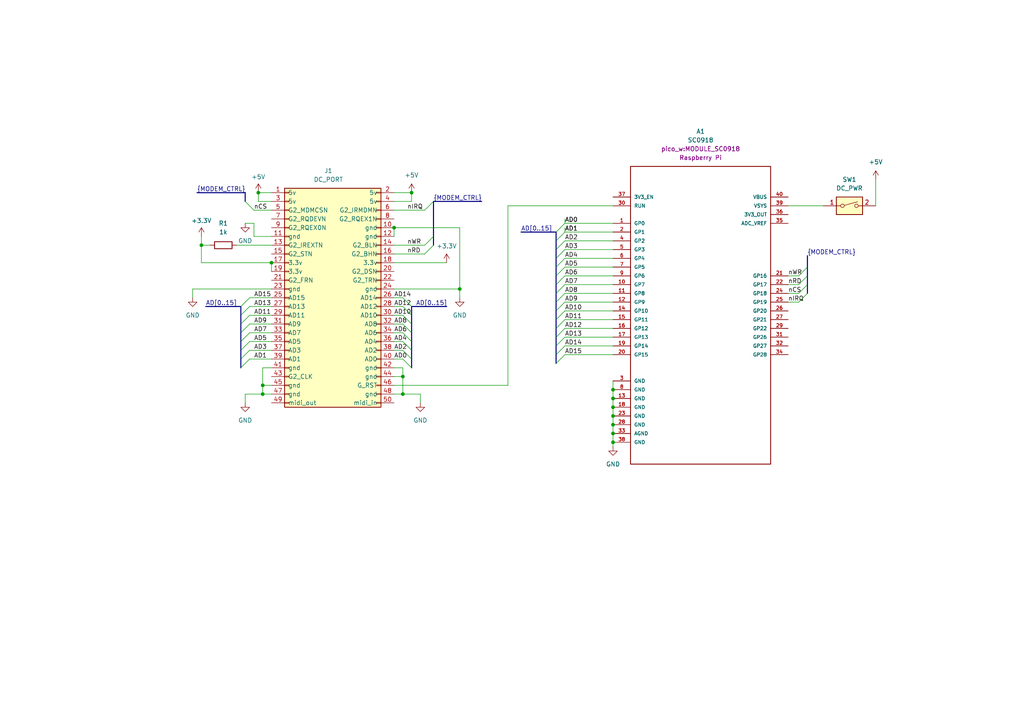
<source format=kicad_sch>
(kicad_sch (version 20230121) (generator eeschema)
  (paper "A4")
  (title_block (title "g2-pico"))
  (lib_symbols
    (symbol "Connector_Generic:Conn_02x25_Odd_Even" (pin_names (offset 1.016))
      (property "Reference" "J1" (at 11.43 36.83 0))
      (property "Value" "DC_PORT" (at 11.43 34.29 0))
      (symbol "Conn_02x25_Odd_Even_1_1"
        (rectangle (start -1.27 -30.353) (end 0 -30.607) (stroke (width 0.1524)))
        (rectangle (start -1.27 -27.813) (end 0 -28.067) (stroke (width 0.1524)))
        (rectangle (start -1.27 -25.273) (end 0 -25.527) (stroke (width 0.1524)))
        (rectangle (start -1.27 -22.733) (end 0 -22.987) (stroke (width 0.1524)))
        (rectangle (start -1.27 -20.193) (end 0 -20.447) (stroke (width 0.1524)))
        (rectangle (start -1.27 -17.653) (end 0 -17.907) (stroke (width 0.1524)))
        (rectangle (start -1.27 -15.113) (end 0 -15.367) (stroke (width 0.1524)))
        (rectangle (start -1.27 -12.573) (end 0 -12.827) (stroke (width 0.1524)))
        (rectangle (start -1.27 -10.033) (end 0 -10.287) (stroke (width 0.1524)))
        (rectangle (start -1.27 -7.493) (end 0 -7.747) (stroke (width 0.1524)))
        (rectangle (start -1.27 -4.953) (end 0 -5.207) (stroke (width 0.1524)))
        (rectangle (start -1.27 -2.413) (end 0 -2.667) (stroke (width 0.1524)))
        (rectangle (start -1.27 0.127) (end 0 -0.127) (stroke (width 0.1524)))
        (rectangle (start -1.27 2.667) (end 0 2.413) (stroke (width 0.1524)))
        (rectangle (start -1.27 5.207) (end 0 4.953) (stroke (width 0.1524)))
        (rectangle (start -1.27 7.747) (end 0 7.493) (stroke (width 0.1524)))
        (rectangle (start -1.27 10.287) (end 0 10.033) (stroke (width 0.1524)))
        (rectangle (start -1.27 12.827) (end 0 12.573) (stroke (width 0.1524)))
        (rectangle (start -1.27 15.367) (end 0 15.113) (stroke (width 0.1524)))
        (rectangle (start -1.27 17.907) (end 0 17.653) (stroke (width 0.1524)))
        (rectangle (start -1.27 20.447) (end 0 20.193) (stroke (width 0.1524)))
        (rectangle (start -1.27 22.987) (end 0 22.733) (stroke (width 0.1524)))
        (rectangle (start -1.27 25.527) (end 0 25.273) (stroke (width 0.1524)))
        (rectangle (start -1.27 28.067) (end 0 27.813) (stroke (width 0.1524)))
        (rectangle (start -1.27 30.607) (end 0 30.353) (stroke (width 0.1524)))
        (rectangle (start -1.27 31.75) (end 26.67 -31.75) (stroke (width 0.254)) (fill (type background)))
        (rectangle (start 25.4 -17.653) (end 26.67 -17.907) (stroke (width 0.1524)))
        (rectangle (start 25.4 2.667) (end 26.67 2.413) (stroke (width 0.1524)))
        (rectangle (start 26.67 -30.353) (end 25.4 -30.607) (stroke (width 0.1524)))
        (rectangle (start 26.67 -27.813) (end 25.4 -28.067) (stroke (width 0.1524)))
        (rectangle (start 26.67 -25.273) (end 25.4 -25.527) (stroke (width 0.1524)))
        (rectangle (start 26.67 -22.733) (end 25.4 -22.987) (stroke (width 0.1524)))
        (rectangle (start 26.67 -20.193) (end 25.4 -20.447) (stroke (width 0.1524)))
        (rectangle (start 26.67 -15.113) (end 25.4 -15.367) (stroke (width 0.1524)))
        (rectangle (start 26.67 -12.573) (end 25.4 -12.827) (stroke (width 0.1524)))
        (rectangle (start 26.67 -10.033) (end 25.4 -10.287) (stroke (width 0.1524)))
        (rectangle (start 26.67 -7.493) (end 25.4 -7.747) (stroke (width 0.1524)))
        (rectangle (start 26.67 -4.953) (end 25.4 -5.207) (stroke (width 0.1524)))
        (rectangle (start 26.67 -2.413) (end 25.4 -2.667) (stroke (width 0.1524)))
        (rectangle (start 26.67 0.127) (end 25.4 -0.127) (stroke (width 0.1524)))
        (rectangle (start 26.67 5.207) (end 25.4 4.953) (stroke (width 0.1524)))
        (rectangle (start 26.67 7.747) (end 25.4 7.493) (stroke (width 0.1524)))
        (rectangle (start 26.67 10.287) (end 25.4 10.033) (stroke (width 0.1524)))
        (rectangle (start 26.67 12.827) (end 25.4 12.573) (stroke (width 0.1524)))
        (rectangle (start 26.67 15.367) (end 25.4 15.113) (stroke (width 0.1524)))
        (rectangle (start 26.67 17.907) (end 25.4 17.653) (stroke (width 0.1524)))
        (rectangle (start 26.67 20.447) (end 25.4 20.193) (stroke (width 0.1524)))
        (rectangle (start 26.67 22.987) (end 25.4 22.733) (stroke (width 0.1524)))
        (rectangle (start 26.67 25.527) (end 25.4 25.273) (stroke (width 0.1524)))
        (rectangle (start 26.67 28.067) (end 25.4 27.813) (stroke (width 0.1524)))
        (rectangle (start 26.67 30.607) (end 25.4 30.353) (stroke (width 0.1524)))
        (pin passive line (at -5.08 30.48 0) (length 3.81) (name "5v") (number "1"))
        (pin passive line (at 30.48 20.32 180) (length 3.81) (name "gnd") (number "10"))
        (pin passive line (at -5.08 17.78 0) (length 3.81) (name "gnd") (number "11"))
        (pin passive line (at 30.48 17.78 180) (length 3.81) (name "gnd") (number "12"))
        (pin passive line (at -5.08 15.24 0) (length 3.81) (name "G2_IREXTN") (number "13"))
        (pin passive line (at 30.48 15.24 180) (length 3.81) (name "G2_BLN") (number "14"))
        (pin passive line (at -5.08 12.7 0) (length 3.81) (name "G2_STN") (number "15"))
        (pin passive line (at 30.48 12.7 180) (length 3.81) (name "G2_BHN") (number "16"))
        (pin passive line (at -5.08 10.16 0) (length 3.81) (name "3.3v") (number "17"))
        (pin passive line (at 30.48 10.16 180) (length 3.81) (name "3.3v") (number "18"))
        (pin passive line (at -5.08 7.62 0) (length 3.81) (name "3.3v") (number "19"))
        (pin passive line (at 30.48 30.48 180) (length 3.81) (name "5v") (number "2"))
        (pin passive line (at 30.48 7.62 180) (length 3.81) (name "G2_DSN") (number "20"))
        (pin passive line (at -5.08 5.08 0) (length 3.81) (name "G2_FRN") (number "21"))
        (pin passive line (at 30.48 5.08 180) (length 3.81) (name "G2_TRN") (number "22"))
        (pin passive line (at -5.08 2.54 0) (length 3.81) (name "gnd") (number "23"))
        (pin passive line (at 30.48 2.54 180) (length 3.81) (name "gnd") (number "24"))
        (pin passive line (at -5.08 0 0) (length 3.81) (name "AD15") (number "25"))
        (pin passive line (at 30.48 0 180) (length 3.81) (name "AD14") (number "26"))
        (pin passive line (at -5.08 -2.54 0) (length 3.81) (name "AD13") (number "27"))
        (pin passive line (at 30.48 -2.54 180) (length 3.81) (name "AD12") (number "28"))
        (pin passive line (at -5.08 -5.08 0) (length 3.81) (name "AD11") (number "29"))
        (pin passive line (at -5.08 27.94 0) (length 3.81) (name "5v") (number "3"))
        (pin passive line (at 30.48 -5.08 180) (length 3.81) (name "AD10") (number "30"))
        (pin passive line (at -5.08 -7.62 0) (length 3.81) (name "AD9") (number "31"))
        (pin passive line (at 30.48 -7.62 180) (length 3.81) (name "AD8") (number "32"))
        (pin passive line (at -5.08 -10.16 0) (length 3.81) (name "AD7") (number "33"))
        (pin passive line (at 30.48 -10.16 180) (length 3.81) (name "AD6") (number "34"))
        (pin passive line (at -5.08 -12.7 0) (length 3.81) (name "AD5") (number "35"))
        (pin passive line (at 30.48 -12.7 180) (length 3.81) (name "AD4") (number "36"))
        (pin passive line (at -5.08 -15.24 0) (length 3.81) (name "AD3") (number "37"))
        (pin passive line (at 30.48 -15.24 180) (length 3.81) (name "AD2") (number "38"))
        (pin passive line (at -5.08 -17.78 0) (length 3.81) (name "AD1") (number "39"))
        (pin passive line (at 30.48 27.94 180) (length 3.81) (name "5v") (number "4"))
        (pin passive line (at 30.48 -17.78 180) (length 3.81) (name "AD0") (number "40"))
        (pin passive line (at -5.08 -20.32 0) (length 3.81) (name "gnd") (number "41"))
        (pin passive line (at 30.48 -20.32 180) (length 3.81) (name "gnd") (number "42"))
        (pin passive line (at -5.08 -22.86 0) (length 3.81) (name "G2_CLK") (number "43"))
        (pin passive line (at 30.48 -22.86 180) (length 3.81) (name "gnd") (number "44"))
        (pin passive line (at -5.08 -25.4 0) (length 3.81) (name "gnd") (number "45"))
        (pin passive line (at 30.48 -25.4 180) (length 3.81) (name "G_RST") (number "46"))
        (pin passive line (at -5.08 -27.94 0) (length 3.81) (name "gnd") (number "47"))
        (pin passive line (at 30.48 -27.94 180) (length 3.81) (name "gnd") (number "48"))
        (pin passive line (at -5.08 -30.48 0) (length 3.81) (name "midi_out") (number "49"))
        (pin passive line (at -5.08 25.4 0) (length 3.81) (name "G2_MDMCSN") (number "5"))
        (pin passive line (at 30.48 -30.48 180) (length 3.81) (name "midi_in") (number "50"))
        (pin passive line (at 30.48 25.4 180) (length 3.81) (name "G2_IRMDMN") (number "6"))
        (pin passive line (at -5.08 22.86 0) (length 3.81) (name "G2_RQDEVN") (number "7"))
        (pin passive line (at 30.48 22.86 180) (length 3.81) (name "G2_RQEX1N") (number "8"))
        (pin passive line (at -5.08 20.32 0) (length 3.81) (name "G2_RQEX0N") (number "9"))
      )
    )
    (symbol "Device:R" (pin_numbers hide) (pin_names (offset 0))
      (property "Reference" "R" (at 2.032 0 90))
      (property "Value" "R" (at 0 0 90))
      (symbol "R_0_1"
        (rectangle (start -1.016 -2.54) (end 1.016 2.54) (stroke (width 0.254)))
      )
      (symbol "R_1_1"
        (pin passive line (at 0 3.81 270) (length 1.27) (name "~") (number "1"))
        (pin passive line (at 0 -3.81 90) (length 1.27) (name "~") (number "2"))
      )
    )
    (symbol "Switch:SW_DIP_x01" (pin_names (offset 0) hide)
      (property "Reference" "SW" (at 0 3.81 0))
      (property "Value" "SW_DIP_x01" (at 0 -3.81 0))
      (symbol "SW_DIP_x01_0_0"
        (circle (center -2.032 0) (radius 0.508))
        (polyline (pts (xy -1.524 0.127) (xy 2.3622 1.1684)))
        (circle (center 2.032 0) (radius 0.508))
      )
      (symbol "SW_DIP_x01_0_1"
        (rectangle (start -3.81 2.54) (end 3.81 -2.54) (stroke (width 0.254)) (fill (type background)))
      )
      (symbol "SW_DIP_x01_1_1"
        (pin passive line (at -7.62 0 0) (length 5.08) (name "~") (number "1"))
        (pin passive line (at 7.62 0 180) (length 5.08) (name "~") (number "2"))
      )
    )
    (symbol "pico_w:SC0918" (pin_names (offset 1.016))
      (property "Reference" "A1" (at 0 58.42 0))
      (property "Value" "SC0918" (at 0 55.88 0))
      (property "Footprint" "Raspberry Pi:MODULE_SC0918" (at -12.7 -46.99 0))
      (property "manufacturer" "Raspberry Pi" (at 0 53.34 0))
      (symbol "SC0918_0_0"
        (rectangle (start -20.32 -43.18) (end 20.32 43.18) (stroke (width 0.254)))
        (pin bidirectional line (at -25.4 26.67 0) (length 5.08) (name "GP0") (number "1"))
        (pin bidirectional line (at -25.4 8.89 0) (length 5.08) (name "GP7") (number "10"))
        (pin bidirectional line (at -25.4 6.35 0) (length 5.08) (name "GP8") (number "11"))
        (pin bidirectional line (at -25.4 3.81 0) (length 5.08) (name "GP9") (number "12"))
        (pin power_in line (at -25.4 -24.13 0) (length 5.08) (name "GND") (number "13"))
        (pin bidirectional line (at -25.4 1.27 0) (length 5.08) (name "GP10") (number "14"))
        (pin bidirectional line (at -25.4 -1.27 0) (length 5.08) (name "GP11") (number "15"))
        (pin bidirectional line (at -25.4 -3.81 0) (length 5.08) (name "GP12") (number "16"))
        (pin bidirectional line (at -25.4 -6.35 0) (length 5.08) (name "GP13") (number "17"))
        (pin power_in line (at -25.4 -26.67 0) (length 5.08) (name "GND") (number "18"))
        (pin bidirectional line (at -25.4 -8.89 0) (length 5.08) (name "GP14") (number "19"))
        (pin bidirectional line (at -25.4 24.13 0) (length 5.08) (name "GP1") (number "2"))
        (pin bidirectional line (at -25.4 -11.43 0) (length 5.08) (name "GP15") (number "20"))
        (pin bidirectional line (at 25.4 11.43 180) (length 5.08) (name "GP16") (number "21"))
        (pin bidirectional line (at 25.4 8.89 180) (length 5.08) (name "GP17") (number "22"))
        (pin power_in line (at -25.4 -29.21 0) (length 5.08) (name "GND") (number "23"))
        (pin bidirectional line (at 25.4 6.35 180) (length 5.08) (name "GP18") (number "24"))
        (pin bidirectional line (at 25.4 3.81 180) (length 5.08) (name "GP19") (number "25"))
        (pin bidirectional line (at 25.4 1.27 180) (length 5.08) (name "GP20") (number "26"))
        (pin bidirectional line (at 25.4 -1.27 180) (length 5.08) (name "GP21") (number "27"))
        (pin power_in line (at -25.4 -31.75 0) (length 5.08) (name "GND") (number "28"))
        (pin bidirectional line (at 25.4 -3.81 180) (length 5.08) (name "GP22") (number "29"))
        (pin power_in line (at -25.4 -19.05 0) (length 5.08) (name "GND") (number "3"))
        (pin input line (at -25.4 31.75 0) (length 5.08) (name "RUN") (number "30"))
        (pin bidirectional line (at 25.4 -6.35 180) (length 5.08) (name "GP26") (number "31"))
        (pin bidirectional line (at 25.4 -8.89 180) (length 5.08) (name "GP27") (number "32"))
        (pin power_in line (at -25.4 -34.29 0) (length 5.08) (name "AGND") (number "33"))
        (pin bidirectional line (at 25.4 -11.43 180) (length 5.08) (name "GP28") (number "34"))
        (pin power_in line (at 25.4 26.67 180) (length 5.08) (name "ADC_VREF") (number "35"))
        (pin power_in line (at 25.4 29.21 180) (length 5.08) (name "3V3_OUT") (number "36"))
        (pin input line (at -25.4 34.29 0) (length 5.08) (name "3V3_EN") (number "37"))
        (pin power_in line (at -25.4 -36.83 0) (length 5.08) (name "GND") (number "38"))
        (pin free line (at 25.4 31.75 180) (length 5.08) (name "VSYS") (number "39"))
        (pin bidirectional line (at -25.4 21.59 0) (length 5.08) (name "GP2") (number "4"))
        (pin free line (at 25.4 34.29 180) (length 5.08) (name "VBUS") (number "40"))
        (pin bidirectional line (at -25.4 19.05 0) (length 5.08) (name "GP3") (number "5"))
        (pin bidirectional line (at -25.4 16.51 0) (length 5.08) (name "GP4") (number "6"))
        (pin bidirectional line (at -25.4 13.97 0) (length 5.08) (name "GP5") (number "7"))
        (pin power_in line (at -25.4 -21.59 0) (length 5.08) (name "GND") (number "8"))
        (pin bidirectional line (at -25.4 11.43 0) (length 5.08) (name "GP6") (number "9"))
      )
    )
    (symbol "power:+3.3V" (power) (pin_names (offset 0))
      (property "Value" "+3.3V" (at 0 3.556 0))
      (symbol "+3.3V_0_1"
        (polyline (pts (xy -0.762 1.27) (xy 0 2.54)))
        (polyline (pts (xy 0 0) (xy 0 2.54)))
        (polyline (pts (xy 0 2.54) (xy 0.762 1.27)))
      )
      (symbol "+3.3V_1_1"
        (pin power_in line (at 0 0 90) (length 0) hide (name "+3.3V") (number "1"))
      )
    )
    (symbol "power:+5V" (power) (pin_names (offset 0))
      (property "Value" "+5V" (at 0 3.556 0))
      (symbol "+5V_0_1"
        (polyline (pts (xy -0.762 1.27) (xy 0 2.54)))
        (polyline (pts (xy 0 0) (xy 0 2.54)))
        (polyline (pts (xy 0 2.54) (xy 0.762 1.27)))
      )
      (symbol "+5V_1_1"
        (pin power_in line (at 0 0 90) (length 0) hide (name "+5V") (number "1"))
      )
    )
    (symbol "power:GND" (power) (pin_names (offset 0))
      (property "Value" "GND" (at 0 -3.81 0))
      (symbol "GND_0_1"
        (polyline (pts (xy 0 0) (xy 0 -1.27) (xy 1.27 -1.27) (xy 0 -2.54) (xy -1.27 -1.27) (xy 0 -1.27)))
      )
      (symbol "GND_1_1"
        (pin power_in line (at 0 0 270) (length 0) hide (name "GND") (number "1"))
      )
    )
  )
  (bus_alias "MODEM_CTRL" (members "nRD" "nWR" "nCS" "nIRQ"))
  (junction (at 177.8 128.27))
  (junction (at 119.38 55.88))
  (junction (at 177.8 115.57))
  (junction (at 177.8 113.03))
  (junction (at 177.8 118.11))
  (junction (at 78.74 76.2))
  (junction (at 76.2 111.76))
  (junction (at 177.8 123.19))
  (junction (at 177.8 125.73))
  (junction (at 58.42 71.12))
  (junction (at 114.3 66.04))
  (junction (at 177.8 120.65))
  (junction (at 74.93 55.88))
  (junction (at 133.35 83.82))
  (junction (at 116.84 114.3))
  (junction (at 116.84 109.22))
  (junction (at 76.2 114.3))
  (bus_entry (at 69.85 96.52) (size 2.54 -2.54))
  (bus_entry (at 161.29 95.25) (size 2.54 -2.54))
  (bus_entry (at 161.29 100.33) (size 2.54 -2.54))
  (bus_entry (at 161.29 69.85) (size 2.54 -2.54))
  (bus_entry (at 69.85 99.06) (size 2.54 -2.54))
  (bus_entry (at 234.188 77.47) (size -2.54 2.54))
  (bus_entry (at 161.29 102.87) (size 2.54 -2.54))
  (bus_entry (at 161.29 87.63) (size 2.54 -2.54))
  (bus_entry (at 161.29 82.55) (size 2.54 -2.54))
  (bus_entry (at 69.85 91.44) (size 2.54 -2.54))
  (bus_entry (at 119.38 91.44) (size -2.54 -2.54))
  (bus_entry (at 119.38 101.6) (size -2.54 -2.54))
  (bus_entry (at 234.188 82.55) (size -2.54 2.54))
  (bus_entry (at 119.38 104.14) (size -2.54 -2.54))
  (bus_entry (at 119.38 88.9) (size -2.54 -2.54))
  (bus_entry (at 69.85 101.6) (size 2.54 -2.54))
  (bus_entry (at 234.188 85.09) (size -2.54 2.54))
  (bus_entry (at 69.85 93.98) (size 2.54 -2.54))
  (bus_entry (at 119.38 106.68) (size -2.54 -2.54))
  (bus_entry (at 234.188 80.01) (size -2.54 2.54))
  (bus_entry (at 161.29 67.31) (size 2.54 -2.54))
  (bus_entry (at 161.29 92.71) (size 2.54 -2.54))
  (bus_entry (at 69.85 88.9) (size 2.54 -2.54))
  (bus_entry (at 69.85 104.14) (size 2.54 -2.54))
  (bus_entry (at 161.29 77.47) (size 2.54 -2.54))
  (bus_entry (at 161.29 74.93) (size 2.54 -2.54))
  (bus_entry (at 69.85 106.68) (size 2.54 -2.54))
  (bus_entry (at 125.73 71.12) (size -2.54 2.54))
  (bus_entry (at 71.12 58.42) (size 2.54 2.54))
  (bus_entry (at 119.38 93.98) (size -2.54 -2.54))
  (bus_entry (at 161.29 85.09) (size 2.54 -2.54))
  (bus_entry (at 161.29 80.01) (size 2.54 -2.54))
  (bus_entry (at 161.29 105.41) (size 2.54 -2.54))
  (bus_entry (at 119.38 96.52) (size -2.54 -2.54))
  (bus_entry (at 161.29 90.17) (size 2.54 -2.54))
  (bus_entry (at 125.73 58.42) (size -2.54 2.54))
  (bus_entry (at 125.73 68.58) (size -2.54 2.54))
  (bus_entry (at 161.29 97.79) (size 2.54 -2.54))
  (bus_entry (at 119.38 99.06) (size -2.54 -2.54))
  (bus_entry (at 161.29 72.39) (size 2.54 -2.54))
  (wire (pts (xy 72.39 99.06) (xy 78.74 99.06)))
  (wire (pts (xy 163.83 64.77) (xy 177.8 64.77)))
  (bus (pts (xy 161.29 87.63) (xy 161.29 90.17)))
  (bus (pts (xy 69.85 104.14) (xy 69.85 106.68)))
  (wire (pts (xy 74.93 58.42) (xy 74.93 55.88)))
  (wire (pts (xy 76.2 114.3) (xy 78.74 114.3)))
  (bus (pts (xy 119.38 93.98) (xy 119.38 96.52)))
  (bus (pts (xy 161.29 90.17) (xy 161.29 92.71)))
  (bus (pts (xy 161.29 92.71) (xy 161.29 95.25)))
  (wire (pts (xy 76.2 111.76) (xy 78.74 111.76)))
  (wire (pts (xy 114.3 104.14) (xy 116.84 104.14)))
  (wire (pts (xy 163.83 80.01) (xy 177.8 80.01)))
  (wire (pts (xy 58.42 71.12) (xy 60.96 71.12)))
  (wire (pts (xy 116.84 109.22) (xy 116.84 114.3)))
  (bus (pts (xy 161.29 74.93) (xy 161.29 77.47)))
  (bus (pts (xy 119.38 88.9) (xy 119.38 91.44)))
  (wire (pts (xy 228.6 59.69) (xy 238.76 59.69)))
  (wire (pts (xy 121.92 114.3) (xy 121.92 116.84)))
  (wire (pts (xy 228.6 87.63) (xy 231.648 87.63)))
  (wire (pts (xy 114.3 55.88) (xy 119.38 55.88)))
  (wire (pts (xy 228.6 82.55) (xy 231.648 82.55)))
  (wire (pts (xy 163.83 66.04) (xy 163.83 67.31)))
  (wire (pts (xy 76.2 111.76) (xy 76.2 114.3)))
  (wire (pts (xy 177.8 113.03) (xy 177.8 115.57)))
  (wire (pts (xy 73.66 60.96) (xy 78.74 60.96)))
  (wire (pts (xy 72.39 86.36) (xy 78.74 86.36)))
  (wire (pts (xy 114.3 93.98) (xy 116.84 93.98)))
  (wire (pts (xy 163.83 69.85) (xy 177.8 69.85)))
  (bus (pts (xy 161.29 82.55) (xy 161.29 85.09)))
  (wire (pts (xy 114.3 86.36) (xy 116.84 86.36)))
  (bus (pts (xy 161.29 80.01) (xy 161.29 82.55)))
  (wire (pts (xy 228.6 80.01) (xy 231.648 80.01)))
  (wire (pts (xy 114.3 111.76) (xy 147.32 111.76)))
  (wire (pts (xy 55.88 83.82) (xy 55.88 86.36)))
  (bus (pts (xy 161.29 72.39) (xy 161.29 74.93)))
  (bus (pts (xy 151.13 67.31) (xy 161.29 67.31)))
  (wire (pts (xy 72.39 88.9) (xy 78.74 88.9)))
  (wire (pts (xy 73.66 64.77) (xy 71.12 64.77)))
  (wire (pts (xy 73.66 68.58) (xy 73.66 64.77)))
  (wire (pts (xy 72.39 104.14) (xy 78.74 104.14)))
  (wire (pts (xy 163.83 82.55) (xy 177.8 82.55)))
  (wire (pts (xy 116.84 114.3) (xy 121.92 114.3)))
  (wire (pts (xy 114.3 83.82) (xy 133.35 83.82)))
  (wire (pts (xy 78.74 76.2) (xy 78.74 78.74)))
  (wire (pts (xy 163.83 95.25) (xy 177.8 95.25)))
  (bus (pts (xy 125.73 58.42) (xy 125.73 68.58)))
  (wire (pts (xy 114.3 60.96) (xy 123.19 60.96)))
  (bus (pts (xy 119.38 96.52) (xy 119.38 99.06)))
  (wire (pts (xy 177.8 118.11) (xy 177.8 120.65)))
  (bus (pts (xy 119.38 99.06) (xy 119.38 101.6)))
  (wire (pts (xy 72.39 96.52) (xy 78.74 96.52)))
  (wire (pts (xy 74.93 55.88) (xy 78.74 55.88)))
  (bus (pts (xy 161.29 77.47) (xy 161.29 80.01)))
  (wire (pts (xy 71.12 114.3) (xy 71.12 116.84)))
  (wire (pts (xy 163.83 67.31) (xy 177.8 67.31)))
  (bus (pts (xy 161.29 100.33) (xy 161.29 102.87)))
  (bus (pts (xy 234.188 74.168) (xy 234.188 77.47)))
  (wire (pts (xy 133.35 83.82) (xy 133.35 86.36)))
  (wire (pts (xy 114.3 99.06) (xy 116.84 99.06)))
  (bus (pts (xy 69.85 101.6) (xy 69.85 104.14)))
  (bus (pts (xy 161.29 69.85) (xy 161.29 72.39)))
  (wire (pts (xy 147.32 111.76) (xy 147.32 59.69)))
  (wire (pts (xy 78.74 83.82) (xy 55.88 83.82)))
  (wire (pts (xy 114.3 58.42) (xy 119.38 58.42)))
  (wire (pts (xy 133.35 66.04) (xy 133.35 83.82)))
  (wire (pts (xy 114.3 71.12) (xy 123.19 71.12)))
  (bus (pts (xy 119.38 104.14) (xy 119.38 106.68)))
  (wire (pts (xy 78.74 68.58) (xy 73.66 68.58)))
  (wire (pts (xy 163.83 97.79) (xy 177.8 97.79)))
  (bus (pts (xy 69.85 91.44) (xy 69.85 93.98)))
  (wire (pts (xy 228.6 85.09) (xy 231.648 85.09)))
  (wire (pts (xy 177.8 128.27) (xy 177.8 129.54)))
  (wire (pts (xy 78.74 58.42) (xy 74.93 58.42)))
  (wire (pts (xy 163.83 87.63) (xy 177.8 87.63)))
  (wire (pts (xy 78.74 106.68) (xy 76.2 106.68)))
  (wire (pts (xy 177.8 123.19) (xy 177.8 125.73)))
  (wire (pts (xy 68.58 71.12) (xy 78.74 71.12)))
  (bus (pts (xy 161.29 67.31) (xy 161.29 69.85)))
  (wire (pts (xy 163.83 63.5) (xy 163.83 64.77)))
  (wire (pts (xy 114.3 76.2) (xy 129.54 76.2)))
  (wire (pts (xy 116.84 106.68) (xy 116.84 109.22)))
  (wire (pts (xy 72.39 101.6) (xy 78.74 101.6)))
  (wire (pts (xy 163.83 85.09) (xy 177.8 85.09)))
  (bus (pts (xy 69.85 99.06) (xy 69.85 101.6)))
  (bus (pts (xy 119.38 88.9) (xy 129.54 88.9)))
  (wire (pts (xy 114.3 101.6) (xy 116.84 101.6)))
  (bus (pts (xy 57.15 55.88) (xy 71.12 55.88)))
  (wire (pts (xy 163.83 72.39) (xy 177.8 72.39)))
  (bus (pts (xy 234.188 80.01) (xy 234.188 82.55)))
  (wire (pts (xy 114.3 88.9) (xy 116.84 88.9)))
  (wire (pts (xy 114.3 109.22) (xy 116.84 109.22)))
  (bus (pts (xy 125.73 58.42) (xy 139.7 58.42)))
  (bus (pts (xy 59.69 88.9) (xy 69.85 88.9)))
  (bus (pts (xy 125.73 68.58) (xy 125.73 71.12)))
  (bus (pts (xy 119.38 91.44) (xy 119.38 93.98)))
  (wire (pts (xy 177.8 125.73) (xy 177.8 128.27)))
  (wire (pts (xy 177.8 120.65) (xy 177.8 123.19)))
  (wire (pts (xy 114.3 66.04) (xy 133.35 66.04)))
  (wire (pts (xy 58.42 76.2) (xy 78.74 76.2)))
  (wire (pts (xy 114.3 73.66) (xy 123.19 73.66)))
  (wire (pts (xy 119.38 58.42) (xy 119.38 55.88)))
  (wire (pts (xy 76.2 106.68) (xy 76.2 111.76)))
  (wire (pts (xy 163.83 92.71) (xy 177.8 92.71)))
  (wire (pts (xy 114.3 114.3) (xy 116.84 114.3)))
  (wire (pts (xy 114.3 106.68) (xy 116.84 106.68)))
  (bus (pts (xy 69.85 96.52) (xy 69.85 99.06)))
  (wire (pts (xy 58.42 76.2) (xy 58.42 71.12)))
  (wire (pts (xy 76.2 114.3) (xy 71.12 114.3)))
  (bus (pts (xy 119.38 101.6) (xy 119.38 104.14)))
  (wire (pts (xy 177.8 110.49) (xy 177.8 113.03)))
  (bus (pts (xy 161.29 97.79) (xy 161.29 100.33)))
  (bus (pts (xy 161.29 102.87) (xy 161.29 105.41)))
  (wire (pts (xy 163.83 102.87) (xy 177.8 102.87)))
  (wire (pts (xy 254 52.07) (xy 254 59.69)))
  (bus (pts (xy 161.29 85.09) (xy 161.29 87.63)))
  (bus (pts (xy 69.85 93.98) (xy 69.85 96.52)))
  (wire (pts (xy 177.8 115.57) (xy 177.8 118.11)))
  (wire (pts (xy 114.3 91.44) (xy 116.84 91.44)))
  (bus (pts (xy 71.12 55.88) (xy 71.12 58.42)))
  (wire (pts (xy 163.83 90.17) (xy 177.8 90.17)))
  (wire (pts (xy 147.32 59.69) (xy 177.8 59.69)))
  (wire (pts (xy 163.83 74.93) (xy 177.8 74.93)))
  (wire (pts (xy 114.3 66.04) (xy 114.3 68.58)))
  (wire (pts (xy 72.39 93.98) (xy 78.74 93.98)))
  (wire (pts (xy 163.83 77.47) (xy 177.8 77.47)))
  (bus (pts (xy 69.85 88.9) (xy 69.85 91.44)))
  (bus (pts (xy 234.188 82.55) (xy 234.188 85.09)))
  (wire (pts (xy 114.3 96.52) (xy 116.84 96.52)))
  (wire (pts (xy 72.39 91.44) (xy 78.74 91.44)))
  (bus (pts (xy 234.188 77.47) (xy 234.188 80.01)))
  (wire (pts (xy 58.42 68.58) (xy 58.42 71.12)))
  (wire (pts (xy 163.83 100.33) (xy 177.8 100.33)))
  (bus (pts (xy 161.29 95.25) (xy 161.29 97.79)))
  (label "AD13" (at 163.83 97.79 0))
  (label "{MODEM_CTRL}" (at 125.73 58.42 0))
  (label "AD2" (at 114.3 101.6 0))
  (label "AD9" (at 163.83 87.63 0))
  (label "AD13" (at 73.66 88.9 0))
  (label "AD14" (at 163.83 100.33 0))
  (label "AD3" (at 163.83 72.39 0))
  (label "nCS" (at 228.6 85.09 0))
  (label "AD7" (at 73.66 96.52 0))
  (label "AD1" (at 163.83 67.31 0))
  (label "AD8" (at 163.83 85.09 0))
  (label "AD6" (at 163.83 80.01 0))
  (label "nWR" (at 118.11 71.12 0))
  (label "AD2" (at 163.83 69.85 0))
  (label "AD4" (at 163.83 74.93 0))
  (label "AD15" (at 163.83 102.87 0))
  (label "AD10" (at 163.83 90.17 0))
  (label "AD15" (at 73.66 86.36 0))
  (label "AD3" (at 73.66 101.6 0))
  (label "AD6" (at 114.3 96.52 0))
  (label "AD8" (at 114.3 93.98 0))
  (label "AD0" (at 163.83 64.77 0))
  (label "AD12" (at 114.3 88.9 0))
  (label "nRD" (at 228.6 82.55 0))
  (label "nWR" (at 228.6 80.01 0))
  (label "AD10" (at 114.3 91.44 0))
  (label "AD[0..15]" (at 120.65 88.9 0))
  (label "AD11" (at 73.66 91.44 0))
  (label "AD14" (at 114.3 86.36 0))
  (label "{MODEM_CTRL}" (at 57.15 55.88 0))
  (label "AD1" (at 163.83 67.31 0))
  (label "nIRQ" (at 228.6 87.63 0))
  (label "AD1" (at 73.66 104.14 0))
  (label "nCS" (at 73.66 60.96 0))
  (label "AD[0..15]" (at 59.69 88.9 0))
  (label "AD0" (at 114.3 104.14 0))
  (label "{MODEM_CTRL}" (at 234.188 74.168 0))
  (label "nIRQ" (at 118.11 60.96 0))
  (label "AD[0..15]" (at 151.13 67.31 0))
  (label "AD0" (at 163.83 64.77 0))
  (label "AD7" (at 163.83 82.55 0))
  (label "AD11" (at 163.83 92.71 0))
  (label "AD5" (at 73.66 99.06 0))
  (label "AD9" (at 73.66 93.98 0))
  (label "AD4" (at 114.3 99.06 0))
  (label "nRD" (at 118.11 73.66 0))
  (label "AD5" (at 163.83 77.47 0))
  (label "AD12" (at 163.83 95.25 0))
  (symbol (lib_id "power:+3.3V") (at 129.54 76.2 0) (unit 1)
    (property "Reference" "#PWR05" (effects hide))
    (property "Value" "+3.3V" (at 129.54 71.374 0))
  )
  (symbol (lib_id "Device:R") (at 64.77 71.12 90) (unit 1)
    (property "Reference" "R1" (at 64.77 64.77 90))
    (property "Value" "1k" (at 64.77 67.31 90))
    (property "Footprint" "Resistor_THT:R_Axial_DIN0204_L3.6mm_D1.6mm_P7.62mm_Horizontal" (effects hide))
  )
  (symbol (lib_id "power:GND") (at 71.12 116.84 0) (unit 1)
    (property "Reference" "#PWR06" (effects hide))
    (property "Value" "GND" (at 71.12 121.92 0))
  )
  (symbol (lib_id "power:+5V") (at 119.38 55.88 0) (unit 1)
    (property "Reference" "#PWR04" (effects hide))
    (property "Value" "+5V" (at 119.38 50.8 0))
  )
  (symbol (lib_id "power:GND") (at 55.88 86.36 0) (unit 1)
    (property "Reference" "#PWR08" (effects hide))
    (property "Value" "GND" (at 55.88 91.44 0))
  )
  (symbol (lib_id "Switch:SW_DIP_x01") (at 246.38 59.69 0) (unit 1)
    (property "Reference" "SW1" (at 246.38 52.07 0))
    (property "Value" "DC_PWR" (at 246.38 54.61 0))
    (property "Footprint" "Button_Switch_THT:SW_DIP_SPSTx01_Slide_9.78x4.72mm_W7.62mm_P2.54mm" (effects hide))
  )
  (symbol (lib_id "pico_w:SC0918") (at 203.2 91.44 0) (unit 1)
    (property "Reference" "A1" (at 203.2 38.1 0))
    (property "Value" "SC0918" (at 203.2 40.64 0))
    (property "Footprint" "pico_w:MODULE_SC0918" (at 203.2 43.18 0))
    (property "Datasheet" "https://datasheets.raspberrypi.com/picow/pico-w-datasheet.pdf" (effects hide))
    (property "manufacturer" "Raspberry Pi" (at 203.2 45.72 0))
    (property "P/N" "SC0918" (effects hide))
    (property "PARTREV" "1.6" (effects hide))
    (property "MAXIMUM_PACKAGE_HEIGHT" "3.73mm" (effects hide))
  )
  (symbol (lib_id "Connector_Generic:Conn_02x25_Odd_Even") (at 83.82 86.36 0) (unit 1)
    (property "Reference" "J1" (at 95.25 49.53 0))
    (property "Value" "DC_PORT" (at 95.25 52.07 0))
    (property "Footprint" "Connector_PinHeader_2.00mm:PinHeader_2x25_P2.00mm_Vertical_SMD" (effects hide))
  )
  (symbol (lib_id "power:GND") (at 133.35 86.36 0) (unit 1)
    (property "Reference" "#PWR09" (effects hide))
    (property "Value" "GND" (at 133.35 91.44 0))
  )
  (symbol (lib_id "power:GND") (at 71.12 64.77 0) (unit 1)
    (property "Reference" "#PWR010" (effects hide))
    (property "Value" "GND" (at 71.12 69.85 0))
  )
  (symbol (lib_id "power:+5V") (at 74.93 55.88 0) (unit 1)
    (property "Reference" "#PWR03" (effects hide))
    (property "Value" "+5V" (at 74.93 51.308 0))
  )
  (symbol (lib_id "power:GND") (at 121.92 116.84 0) (unit 1)
    (property "Reference" "#PWR011" (effects hide))
    (property "Value" "GND" (at 121.92 121.92 0))
  )
  (symbol (lib_id "power:GND") (at 177.8 129.54 0) (unit 1)
    (property "Reference" "#PWR02" (effects hide))
    (property "Value" "GND" (at 177.8 134.62 0))
  )
  (symbol (lib_id "power:+5V") (at 254 52.07 0) (unit 1)
    (property "Reference" "#PWR07" (effects hide))
    (property "Value" "+5V" (at 254 46.99 0))
  )
  (symbol (lib_id "power:+3.3V") (at 58.42 68.58 0) (unit 1)
    (property "Reference" "#PWR01" (effects hide))
    (property "Value" "+3.3V" (at 58.42 64.008 0))
  )
)
</source>
